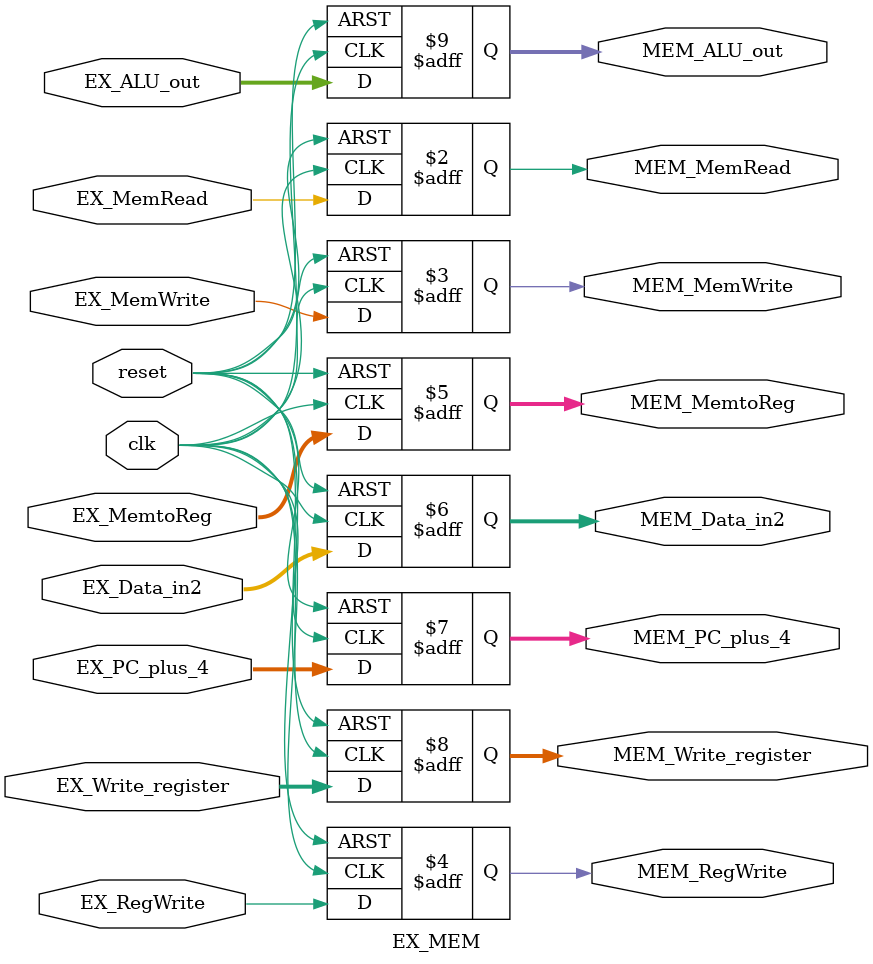
<source format=v>
module EX_MEM (
    input clk,
    input reset,
    input wire EX_MemRead,
    input wire EX_MemWrite,
    input wire EX_RegWrite,
    input wire [1 : 0] EX_MemtoReg,
    input wire [31 : 0] EX_Data_in2,
    input wire [31 : 0] EX_PC_plus_4,
    input wire [4 : 0] EX_Write_register,
    input wire [31 : 0] EX_ALU_out,
    output reg MEM_MemRead,
    output reg MEM_MemWrite,
    output reg MEM_RegWrite,
    output reg [1 : 0] MEM_MemtoReg,
    output reg [31 : 0] MEM_Data_in2,
    output reg [31 : 0] MEM_PC_plus_4,
    output reg [4 : 0] MEM_Write_register,
    output reg [31 : 0] MEM_ALU_out
);
    always @(posedge clk or posedge reset) begin
        if (reset) begin
            MEM_MemRead <= 0;
            MEM_MemWrite <= 0;
            MEM_RegWrite <= 0;
            MEM_MemtoReg <= 0;
            MEM_Data_in2 <= 0;
            MEM_PC_plus_4 <= 32'h4;
            MEM_Write_register <= 0;
            MEM_ALU_out <= 0;
        end else begin
            MEM_MemRead <= EX_MemRead;
            MEM_MemWrite <= EX_MemWrite;
            MEM_RegWrite <= EX_RegWrite;
            MEM_MemtoReg <= EX_MemtoReg;
            MEM_Data_in2 <= EX_Data_in2;
            MEM_PC_plus_4 <= EX_PC_plus_4;
            MEM_Write_register <= EX_Write_register;
            MEM_ALU_out <= EX_ALU_out;
        end
    end
endmodule

</source>
